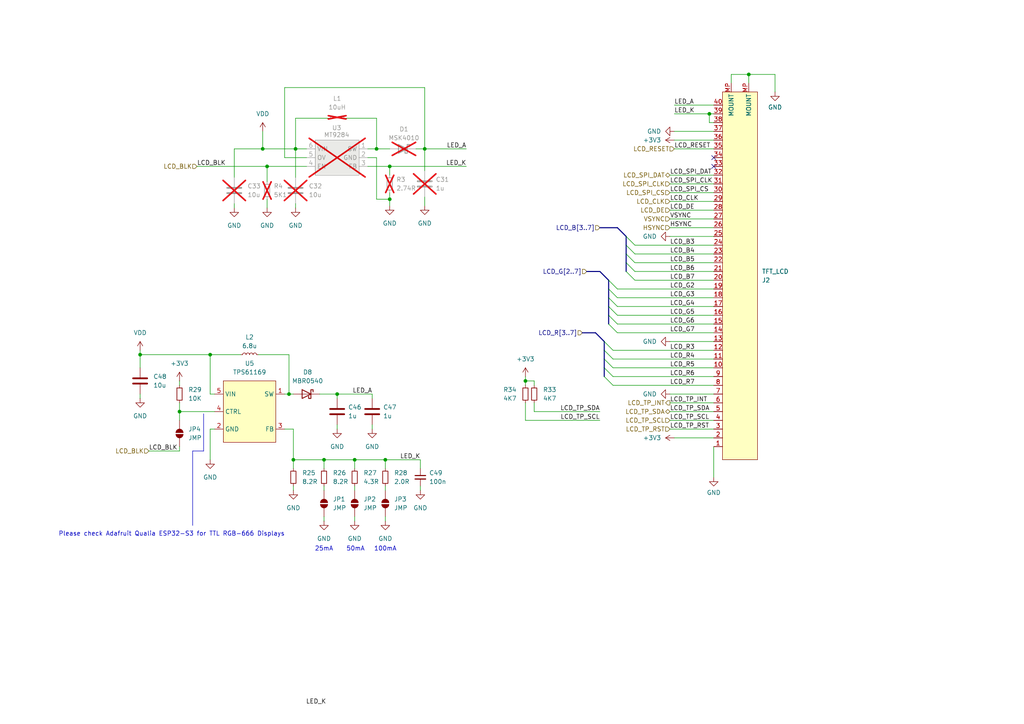
<source format=kicad_sch>
(kicad_sch (version 20231120) (generator "eeschema") (generator_version "8.0")
  (paper "A4")
  (lib_symbols
    (symbol "+3V3_1" (power) (pin_numbers hide) (pin_names (offset 0) hide)
      (property "Value" "+3V3" (at 0 3.556 0))
      (symbol "+3V3_1_0_1"
        (polyline (pts (xy -0.762 1.27) (xy 0 2.54)))
        (polyline (pts (xy 0 0) (xy 0 2.54)))
        (polyline (pts (xy 0 2.54) (xy 0.762 1.27)))
      )
      (symbol "+3V3_1_1_1"
        (pin power_in line (at 0 0 90) (length 0) (name "~") (number "1"))
      )
    )
    (symbol "Device:C" (pin_numbers hide) (pin_names (offset 0.254))
      (property "Reference" "C" (at 0.635 2.54 0))
      (property "Value" "C" (at 0.635 -2.54 0))
      (symbol "C_0_1"
        (polyline (pts (xy -2.032 -0.762) (xy 2.032 -0.762)) (stroke (width 0.508)))
        (polyline (pts (xy -2.032 0.762) (xy 2.032 0.762)) (stroke (width 0.508)))
      )
      (symbol "C_1_1"
        (pin passive line (at 0 3.81 270) (length 2.794) (name "~") (number "1"))
        (pin passive line (at 0 -3.81 90) (length 2.794) (name "~") (number "2"))
      )
    )
    (symbol "Device:C_Small" (pin_numbers hide) (pin_names (offset 0.254) hide)
      (property "Reference" "C" (at 0.254 1.778 0))
      (property "Value" "C_Small" (at 0.254 -2.032 0))
      (symbol "C_Small_0_1"
        (polyline (pts (xy -1.524 -0.508) (xy 1.524 -0.508)) (stroke (width 0.3302)))
        (polyline (pts (xy -1.524 0.508) (xy 1.524 0.508)) (stroke (width 0.3048)))
      )
      (symbol "C_Small_1_1"
        (pin passive line (at 0 2.54 270) (length 2.032) (name "~") (number "1"))
        (pin passive line (at 0 -2.54 90) (length 2.032) (name "~") (number "2"))
      )
    )
    (symbol "Device:D_Schottky" (pin_numbers hide) (pin_names (offset 1.016) hide)
      (property "Reference" "D" (at 0 2.54 0))
      (property "Value" "D_Schottky" (at 0 -2.54 0))
      (symbol "D_Schottky_0_1"
        (polyline (pts (xy 1.27 0) (xy -1.27 0)))
        (polyline (pts (xy 1.27 1.27) (xy 1.27 -1.27) (xy -1.27 0) (xy 1.27 1.27)) (stroke (width 0.254)))
        (polyline (pts (xy -1.905 0.635) (xy -1.905 1.27) (xy -1.27 1.27) (xy -1.27 -1.27) (xy -0.635 -1.27) (xy -0.635 -0.635)) (stroke (width 0.254)))
      )
      (symbol "D_Schottky_1_1"
        (pin passive line (at -3.81 0 0) (length 2.54) (name "K") (number "1"))
        (pin passive line (at 3.81 0 180) (length 2.54) (name "A") (number "2"))
      )
    )
    (symbol "Device:L_Small" (pin_numbers hide) (pin_names (offset 0.254) hide)
      (property "Reference" "L" (at 0.762 1.016 0))
      (property "Value" "L_Small" (at 0.762 -1.016 0))
      (symbol "L_Small_0_1"
        (arc (start 0 -2.032) (mid 0.5058 -1.524) (end 0 -1.016))
        (arc (start 0 -1.016) (mid 0.5058 -0.508) (end 0 0))
        (arc (start 0 0) (mid 0.5058 0.508) (end 0 1.016))
        (arc (start 0 1.016) (mid 0.5058 1.524) (end 0 2.032))
      )
      (symbol "L_Small_1_1"
        (pin passive line (at 0 2.54 270) (length 0.508) (name "~") (number "1"))
        (pin passive line (at 0 -2.54 90) (length 0.508) (name "~") (number "2"))
      )
    )
    (symbol "Device:R_Small" (pin_numbers hide) (pin_names (offset 0.254) hide)
      (property "Reference" "R" (at 0.762 0.508 0))
      (property "Value" "R_Small" (at 0.762 -1.016 0))
      (symbol "R_Small_0_1"
        (rectangle (start -0.762 1.778) (end 0.762 -1.778) (stroke (width 0.2032)))
      )
      (symbol "R_Small_1_1"
        (pin passive line (at 0 2.54 270) (length 0.762) (name "~") (number "1"))
        (pin passive line (at 0 -2.54 90) (length 0.762) (name "~") (number "2"))
      )
    )
    (symbol "Diode:MBR0540" (pin_numbers hide) (pin_names (offset 1.016) hide)
      (property "Reference" "D" (at 0 2.54 0))
      (property "Value" "MBR0540" (at 0 -2.54 0))
      (symbol "MBR0540_0_1"
        (polyline (pts (xy 1.27 0) (xy -1.27 0)))
        (polyline (pts (xy 1.27 1.27) (xy 1.27 -1.27) (xy -1.27 0) (xy 1.27 1.27)) (stroke (width 0.254)))
        (polyline (pts (xy -1.905 0.635) (xy -1.905 1.27) (xy -1.27 1.27) (xy -1.27 -1.27) (xy -0.635 -1.27) (xy -0.635 -0.635)) (stroke (width 0.254)))
      )
      (symbol "MBR0540_1_1"
        (pin passive line (at -3.81 0 0) (length 2.54) (name "K") (number "1"))
        (pin passive line (at 3.81 0 180) (length 2.54) (name "A") (number "2"))
      )
    )
    (symbol "FPC_40P_double_contact:FPC-40P"
      (property "Reference" "J" (at 5.08 1.27 0))
      (symbol "FPC-40P_1_1"
        (rectangle (start 0 0) (end 10.16 -106.68) (fill (type background)))
        (pin input line (at -2.54 -3.81 0) (length 2.54) (name "") (number "1"))
        (pin input line (at -2.54 -26.67 0) (length 2.54) (name "") (number "10"))
        (pin input line (at -2.54 -29.21 0) (length 2.54) (name "") (number "11"))
        (pin input line (at -2.54 -31.75 0) (length 2.54) (name "") (number "12"))
        (pin input line (at -2.54 -34.29 0) (length 2.54) (name "") (number "13"))
        (pin input line (at -2.54 -36.83 0) (length 2.54) (name "") (number "14"))
        (pin input line (at -2.54 -39.37 0) (length 2.54) (name "") (number "15"))
        (pin input line (at -2.54 -41.91 0) (length 2.54) (name "") (number "16"))
        (pin input line (at -2.54 -44.45 0) (length 2.54) (name "") (number "17"))
        (pin input line (at -2.54 -46.99 0) (length 2.54) (name "") (number "18"))
        (pin input line (at -2.54 -49.53 0) (length 2.54) (name "") (number "19"))
        (pin input line (at -2.54 -6.35 0) (length 2.54) (name "") (number "2"))
        (pin input line (at -2.54 -52.07 0) (length 2.54) (name "") (number "20"))
        (pin input line (at -2.54 -54.61 0) (length 2.54) (name "") (number "21"))
        (pin input line (at -2.54 -57.15 0) (length 2.54) (name "") (number "22"))
        (pin input line (at -2.54 -59.69 0) (length 2.54) (name "") (number "23"))
        (pin input line (at -2.54 -62.23 0) (length 2.54) (name "") (number "24"))
        (pin input line (at -2.54 -64.77 0) (length 2.54) (name "") (number "25"))
        (pin input line (at -2.54 -67.31 0) (length 2.54) (name "") (number "26"))
        (pin input line (at -2.54 -69.85 0) (length 2.54) (name "") (number "27"))
        (pin input line (at -2.54 -72.39 0) (length 2.54) (name "") (number "28"))
        (pin input line (at -2.54 -74.93 0) (length 2.54) (name "") (number "29"))
        (pin input line (at -2.54 -8.89 0) (length 2.54) (name "") (number "3"))
        (pin input line (at -2.54 -77.47 0) (length 2.54) (name "") (number "30"))
        (pin input line (at -2.54 -80.01 0) (length 2.54) (name "") (number "31"))
        (pin input line (at -2.54 -82.55 0) (length 2.54) (name "") (number "32"))
        (pin input line (at -2.54 -85.09 0) (length 2.54) (name "") (number "33"))
        (pin input line (at -2.54 -87.63 0) (length 2.54) (name "") (number "34"))
        (pin input line (at -2.54 -90.17 0) (length 2.54) (name "") (number "35"))
        (pin input line (at -2.54 -92.71 0) (length 2.54) (name "") (number "36"))
        (pin input line (at -2.54 -95.25 0) (length 2.54) (name "") (number "37"))
        (pin input line (at -2.54 -97.79 0) (length 2.54) (name "") (number "38"))
        (pin input line (at -2.54 -100.33 0) (length 2.54) (name "") (number "39"))
        (pin input line (at -2.54 -11.43 0) (length 2.54) (name "") (number "4"))
        (pin input line (at -2.54 -102.87 0) (length 2.54) (name "") (number "40"))
        (pin input line (at -2.54 -13.97 0) (length 2.54) (name "") (number "5"))
        (pin input line (at -2.54 -16.51 0) (length 2.54) (name "") (number "6"))
        (pin input line (at -2.54 -19.05 0) (length 2.54) (name "") (number "7"))
        (pin input line (at -2.54 -21.59 0) (length 2.54) (name "") (number "8"))
        (pin input line (at -2.54 -24.13 0) (length 2.54) (name "") (number "9"))
        (pin input line (at 2.54 -109.22 90) (length 2.54) (name "MOUNT") (number "MP"))
        (pin input line (at 7.62 -109.22 90) (length 2.54) (name "MOUNT") (number "MP"))
      )
    )
    (symbol "GND_1" (power) (pin_numbers hide) (pin_names (offset 0) hide)
      (property "Value" "GND" (at 0 -3.81 0))
      (symbol "GND_1_0_1"
        (polyline (pts (xy 0 0) (xy 0 -1.27) (xy 1.27 -1.27) (xy 0 -2.54) (xy -1.27 -1.27) (xy 0 -1.27)))
      )
      (symbol "GND_1_1_1"
        (pin power_in line (at 0 0 270) (length 0) (name "~") (number "1"))
      )
    )
    (symbol "Jumper:SolderJumper_2_Open" (pin_numbers hide) (pin_names (offset 0) hide) (exclude_from_sim yes) (in_bom no)
      (property "Reference" "JP" (at 0 2.032 0))
      (property "Value" "SolderJumper_2_Open" (at 0 -2.54 0))
      (symbol "SolderJumper_2_Open_0_1"
        (arc (start -0.254 1.016) (mid -1.2656 0) (end -0.254 -1.016))
        (arc (start -0.254 1.016) (mid -1.2656 0) (end -0.254 -1.016) (fill (type outline)))
        (polyline (pts (xy -0.254 1.016) (xy -0.254 -1.016)))
        (polyline (pts (xy 0.254 1.016) (xy 0.254 -1.016)))
        (arc (start 0.254 -1.016) (mid 1.2656 0) (end 0.254 1.016))
        (arc (start 0.254 -1.016) (mid 1.2656 0) (end 0.254 1.016) (fill (type outline)))
      )
      (symbol "SolderJumper_2_Open_1_1"
        (pin passive line (at -3.81 0 0) (length 2.54) (name "A") (number "1"))
        (pin passive line (at 3.81 0 180) (length 2.54) (name "B") (number "2"))
      )
    )
    (symbol "MT9284:MT9284"
      (property "Reference" "U" (at 6.35 2.54 0))
      (symbol "MT9284_1_1"
        (rectangle (start 0 0) (end 12.7 -10.16) (fill (type background)))
        (pin input line (at -2.54 -2.54 0) (length 2.54) (name "SW") (number "1"))
        (pin input line (at -2.54 -5.08 0) (length 2.54) (name "GND") (number "2"))
        (pin input line (at -2.54 -7.62 0) (length 2.54) (name "FB") (number "3"))
        (pin input line (at 15.24 -7.62 180) (length 2.54) (name "EN") (number "4"))
        (pin input line (at 15.24 -5.08 180) (length 2.54) (name "OV") (number "5"))
        (pin input line (at 15.24 -2.54 180) (length 2.54) (name "VIN") (number "6"))
      )
    )
    (symbol "TPS61169:TPS61169"
      (property "Reference" "U" (at 7.62 2.54 0))
      (symbol "TPS61169_1_1"
        (rectangle (start 0 0) (end 15.24 -17.78) (fill (type background)))
        (pin input line (at 17.78 -3.81 180) (length 2.54) (name "SW") (number "1"))
        (pin input line (at -2.54 -13.97 0) (length 2.54) (name "GND") (number "2"))
        (pin input line (at 17.78 -13.97 180) (length 2.54) (name "FB") (number "3"))
        (pin input line (at -2.54 -8.89 0) (length 2.54) (name "CTRL") (number "4"))
        (pin input line (at -2.54 -3.81 0) (length 2.54) (name "VIN") (number "5"))
      )
    )
    (symbol "power:+3V3" (power) (pin_names (offset 0))
      (property "Value" "+3V3" (at 0 3.556 0))
      (symbol "+3V3_0_1"
        (polyline (pts (xy -0.762 1.27) (xy 0 2.54)))
        (polyline (pts (xy 0 0) (xy 0 2.54)))
        (polyline (pts (xy 0 2.54) (xy 0.762 1.27)))
      )
      (symbol "+3V3_1_1"
        (pin power_in line (at 0 0 90) (length 0) hide (name "+3V3") (number "1"))
      )
    )
    (symbol "power:GND" (power) (pin_names (offset 0))
      (property "Value" "GND" (at 0 -3.81 0))
      (symbol "GND_0_1"
        (polyline (pts (xy 0 0) (xy 0 -1.27) (xy 1.27 -1.27) (xy 0 -2.54) (xy -1.27 -1.27) (xy 0 -1.27)))
      )
      (symbol "GND_1_1"
        (pin power_in line (at 0 0 270) (length 0) hide (name "GND") (number "1"))
      )
    )
    (symbol "power:VDD" (power) (pin_names (offset 0))
      (property "Value" "VDD" (at 0 3.81 0))
      (symbol "VDD_0_1"
        (polyline (pts (xy -0.762 1.27) (xy 0 2.54)))
        (polyline (pts (xy 0 0) (xy 0 2.54)))
        (polyline (pts (xy 0 2.54) (xy 0.762 1.27)))
      )
      (symbol "VDD_1_1"
        (pin power_in line (at 0 0 90) (length 0) hide (name "VDD") (number "1"))
      )
    )
  )
  (junction (at 52.07 119.38))
  (junction (at 217.17 21.59))
  (junction (at 85.725 43.18))
  (junction (at 109.22 43.18))
  (junction (at 113.03 57.785))
  (junction (at 83.82 114.3))
  (junction (at 152.4 110.49))
  (junction (at 76.2 43.18))
  (junction (at 111.76 133.35))
  (junction (at 113.03 48.26))
  (junction (at 77.47 48.26))
  (junction (at 205.74 33.02))
  (junction (at 85.09 133.35))
  (junction (at 40.64 102.87))
  (junction (at 123.19 43.18))
  (junction (at 93.98 133.35))
  (junction (at 102.87 133.35))
  (junction (at 60.96 102.87))
  (junction (at 97.79 114.3))
  (no_connect (at 207.01 48.26))
  (no_connect (at 207.01 45.72))
  (bus_entry (at 181.61 76.2) (size 2.54 2.54))
  (bus_entry (at 175.26 104.14) (size 2.54 2.54))
  (bus_entry (at 176.53 83.82) (size 2.54 2.54))
  (bus_entry (at 175.26 106.68) (size 2.54 2.54))
  (bus_entry (at 176.53 91.44) (size 2.54 2.54))
  (bus_entry (at 181.61 68.58) (size 2.54 2.54))
  (bus_entry (at 176.53 88.9) (size 2.54 2.54))
  (bus_entry (at 176.53 93.98) (size 2.54 2.54))
  (bus_entry (at 175.26 109.22) (size 2.54 2.54))
  (bus_entry (at 176.53 86.36) (size 2.54 2.54))
  (bus_entry (at 181.61 73.66) (size 2.54 2.54))
  (bus_entry (at 175.26 99.06) (size 2.54 2.54))
  (bus_entry (at 181.61 78.74) (size 2.54 2.54))
  (bus_entry (at 175.26 101.6) (size 2.54 2.54))
  (bus_entry (at 181.61 71.12) (size 2.54 2.54))
  (bus_entry (at 176.53 81.28) (size 2.54 2.54))
  (wire (pts (xy 207.01 53.34) (xy 194.31 53.34)))
  (bus (pts (xy 176.53 81.28) (xy 176.53 83.82)))
  (wire (pts (xy 113.03 55.88) (xy 113.03 57.785)))
  (wire (pts (xy 177.8 109.22) (xy 207.01 109.22)))
  (wire (pts (xy 123.19 25.4) (xy 123.19 43.18)))
  (wire (pts (xy 195.58 38.1) (xy 207.01 38.1)))
  (bus (pts (xy 170.18 78.74) (xy 173.99 78.74)))
  (wire (pts (xy 62.23 119.38) (xy 52.07 119.38)))
  (wire (pts (xy 85.09 124.46) (xy 82.55 124.46)))
  (wire (pts (xy 207.01 50.8) (xy 194.31 50.8)))
  (polyline (pts (xy 59.055 120.015) (xy 59.055 130.81)))
  (wire (pts (xy 77.47 48.26) (xy 77.47 52.705)))
  (wire (pts (xy 85.09 142.24) (xy 85.09 140.97)))
  (wire (pts (xy 102.87 133.35) (xy 111.76 133.35)))
  (bus (pts (xy 181.61 68.58) (xy 179.07 66.04)))
  (wire (pts (xy 205.74 35.56) (xy 205.74 33.02)))
  (wire (pts (xy 152.4 110.49) (xy 154.94 110.49)))
  (wire (pts (xy 60.96 133.35) (xy 60.96 124.46)))
  (wire (pts (xy 207.01 55.88) (xy 194.31 55.88)))
  (wire (pts (xy 184.15 71.12) (xy 207.01 71.12)))
  (wire (pts (xy 82.55 25.4) (xy 123.19 25.4)))
  (wire (pts (xy 93.98 142.24) (xy 93.98 140.97)))
  (wire (pts (xy 97.79 114.3) (xy 107.95 114.3)))
  (wire (pts (xy 195.58 33.02) (xy 205.74 33.02)))
  (wire (pts (xy 40.64 102.87) (xy 60.96 102.87)))
  (wire (pts (xy 52.07 119.38) (xy 52.07 121.92)))
  (bus (pts (xy 181.61 68.58) (xy 181.61 71.12)))
  (wire (pts (xy 194.31 60.96) (xy 207.01 60.96)))
  (wire (pts (xy 154.94 116.84) (xy 154.94 119.38)))
  (wire (pts (xy 102.87 142.24) (xy 102.87 140.97)))
  (wire (pts (xy 57.15 48.26) (xy 77.47 48.26)))
  (bus (pts (xy 175.26 106.68) (xy 175.26 109.22)))
  (wire (pts (xy 109.22 43.18) (xy 106.68 43.18)))
  (wire (pts (xy 74.93 102.87) (xy 83.82 102.87)))
  (wire (pts (xy 184.15 73.66) (xy 207.01 73.66)))
  (bus (pts (xy 176.53 91.44) (xy 176.53 93.98)))
  (bus (pts (xy 176.53 83.82) (xy 176.53 86.36)))
  (wire (pts (xy 52.07 129.54) (xy 52.07 130.81)))
  (wire (pts (xy 76.2 43.18) (xy 85.725 43.18)))
  (wire (pts (xy 173.99 121.92) (xy 152.4 121.92)))
  (wire (pts (xy 88.9 45.72) (xy 82.55 45.72)))
  (wire (pts (xy 207.01 129.54) (xy 207.01 138.43)))
  (wire (pts (xy 85.725 43.18) (xy 88.9 43.18)))
  (bus (pts (xy 175.26 101.6) (xy 175.26 104.14)))
  (wire (pts (xy 113.03 48.26) (xy 135.255 48.26)))
  (wire (pts (xy 111.76 142.24) (xy 111.76 140.97)))
  (wire (pts (xy 40.64 115.57) (xy 40.64 114.3)))
  (wire (pts (xy 85.09 135.89) (xy 85.09 133.35)))
  (wire (pts (xy 154.94 119.38) (xy 173.99 119.38)))
  (wire (pts (xy 179.07 93.98) (xy 207.01 93.98)))
  (bus (pts (xy 168.91 96.52) (xy 172.72 96.52)))
  (wire (pts (xy 207.01 35.56) (xy 205.74 35.56)))
  (wire (pts (xy 60.96 114.3) (xy 60.96 102.87)))
  (wire (pts (xy 85.09 133.35) (xy 93.98 133.35)))
  (wire (pts (xy 194.31 116.84) (xy 207.01 116.84)))
  (wire (pts (xy 88.9 48.26) (xy 77.47 48.26)))
  (wire (pts (xy 184.15 76.2) (xy 207.01 76.2)))
  (wire (pts (xy 135.255 43.18) (xy 123.19 43.18)))
  (wire (pts (xy 217.17 21.59) (xy 217.17 24.13)))
  (wire (pts (xy 123.19 43.18) (xy 120.65 43.18)))
  (wire (pts (xy 224.79 26.67) (xy 224.79 21.59)))
  (wire (pts (xy 43.18 130.81) (xy 52.07 130.81)))
  (wire (pts (xy 106.68 45.72) (xy 109.22 45.72)))
  (wire (pts (xy 212.09 21.59) (xy 212.09 24.13)))
  (wire (pts (xy 52.07 119.38) (xy 52.07 116.84)))
  (wire (pts (xy 184.15 81.28) (xy 207.01 81.28)))
  (wire (pts (xy 85.725 43.18) (xy 85.725 34.29)))
  (wire (pts (xy 102.87 151.13) (xy 102.87 149.86)))
  (wire (pts (xy 194.31 66.04) (xy 207.01 66.04)))
  (wire (pts (xy 85.725 34.29) (xy 95.25 34.29)))
  (wire (pts (xy 77.47 60.325) (xy 77.47 57.785)))
  (wire (pts (xy 83.82 114.3) (xy 85.09 114.3)))
  (wire (pts (xy 179.07 96.52) (xy 207.01 96.52)))
  (wire (pts (xy 97.79 124.46) (xy 97.79 123.19)))
  (wire (pts (xy 121.92 133.35) (xy 111.76 133.35)))
  (bus (pts (xy 181.61 71.12) (xy 181.61 73.66)))
  (wire (pts (xy 121.92 142.24) (xy 121.92 140.97)))
  (wire (pts (xy 109.22 57.785) (xy 113.03 57.785)))
  (wire (pts (xy 109.22 45.72) (xy 109.22 57.785)))
  (wire (pts (xy 217.17 21.59) (xy 212.09 21.59)))
  (wire (pts (xy 179.07 88.9) (xy 207.01 88.9)))
  (wire (pts (xy 67.945 60.325) (xy 67.945 59.055)))
  (wire (pts (xy 194.31 68.58) (xy 207.01 68.58)))
  (wire (pts (xy 62.23 114.3) (xy 60.96 114.3)))
  (wire (pts (xy 194.31 114.3) (xy 207.01 114.3)))
  (wire (pts (xy 154.94 111.76) (xy 154.94 110.49)))
  (bus (pts (xy 175.26 104.14) (xy 175.26 106.68)))
  (polyline (pts (xy 55.88 130.81) (xy 59.055 130.81)))
  (wire (pts (xy 92.71 114.3) (xy 97.79 114.3)))
  (wire (pts (xy 67.945 51.435) (xy 67.945 43.18)))
  (wire (pts (xy 83.82 114.3) (xy 82.55 114.3)))
  (bus (pts (xy 176.53 88.9) (xy 176.53 91.44)))
  (bus (pts (xy 175.26 99.06) (xy 172.72 96.52)))
  (wire (pts (xy 60.96 124.46) (xy 62.23 124.46)))
  (wire (pts (xy 177.8 106.68) (xy 207.01 106.68)))
  (wire (pts (xy 179.07 91.44) (xy 207.01 91.44)))
  (wire (pts (xy 107.95 124.46) (xy 107.95 123.19)))
  (wire (pts (xy 123.19 43.18) (xy 123.19 49.53)))
  (wire (pts (xy 177.8 101.6) (xy 207.01 101.6)))
  (wire (pts (xy 194.31 121.92) (xy 207.01 121.92)))
  (wire (pts (xy 207.01 124.46) (xy 194.31 124.46)))
  (wire (pts (xy 111.76 133.35) (xy 111.76 135.89)))
  (wire (pts (xy 52.07 110.49) (xy 52.07 111.76)))
  (wire (pts (xy 109.22 43.18) (xy 113.03 43.18)))
  (wire (pts (xy 224.79 21.59) (xy 217.17 21.59)))
  (wire (pts (xy 100.33 34.29) (xy 109.22 34.29)))
  (wire (pts (xy 113.03 57.785) (xy 113.03 59.69)))
  (wire (pts (xy 194.31 63.5) (xy 207.01 63.5)))
  (wire (pts (xy 82.55 45.72) (xy 82.55 25.4)))
  (wire (pts (xy 102.87 133.35) (xy 102.87 135.89)))
  (wire (pts (xy 152.4 121.92) (xy 152.4 116.84)))
  (wire (pts (xy 195.58 30.48) (xy 207.01 30.48)))
  (wire (pts (xy 97.79 114.3) (xy 97.79 115.57)))
  (bus (pts (xy 181.61 73.66) (xy 181.61 76.2)))
  (wire (pts (xy 194.31 119.38) (xy 207.01 119.38)))
  (wire (pts (xy 93.98 133.35) (xy 93.98 135.89)))
  (wire (pts (xy 60.96 102.87) (xy 69.85 102.87)))
  (wire (pts (xy 205.74 33.02) (xy 207.01 33.02)))
  (bus (pts (xy 176.53 81.28) (xy 173.99 78.74)))
  (wire (pts (xy 152.4 109.22) (xy 152.4 110.49)))
  (wire (pts (xy 111.76 151.13) (xy 111.76 149.86)))
  (bus (pts (xy 181.61 76.2) (xy 181.61 78.74)))
  (wire (pts (xy 207.01 43.18) (xy 195.58 43.18)))
  (wire (pts (xy 93.98 133.35) (xy 102.87 133.35)))
  (wire (pts (xy 194.31 58.42) (xy 207.01 58.42)))
  (bus (pts (xy 175.26 99.06) (xy 175.26 101.6)))
  (wire (pts (xy 179.07 83.82) (xy 207.01 83.82)))
  (wire (pts (xy 195.58 127) (xy 207.01 127)))
  (wire (pts (xy 107.95 114.3) (xy 107.95 115.57)))
  (wire (pts (xy 85.09 133.35) (xy 85.09 124.46)))
  (wire (pts (xy 177.8 111.76) (xy 207.01 111.76)))
  (wire (pts (xy 123.19 59.69) (xy 123.19 57.15)))
  (wire (pts (xy 106.68 48.26) (xy 113.03 48.26)))
  (wire (pts (xy 179.07 86.36) (xy 207.01 86.36)))
  (wire (pts (xy 67.945 43.18) (xy 76.2 43.18)))
  (wire (pts (xy 93.98 151.13) (xy 93.98 149.86)))
  (bus (pts (xy 176.53 86.36) (xy 176.53 88.9)))
  (wire (pts (xy 113.03 48.26) (xy 113.03 50.8)))
  (wire (pts (xy 85.725 60.325) (xy 85.725 59.055)))
  (wire (pts (xy 177.8 104.14) (xy 207.01 104.14)))
  (wire (pts (xy 121.92 135.89) (xy 121.92 133.35)))
  (wire (pts (xy 184.15 78.74) (xy 207.01 78.74)))
  (bus (pts (xy 173.99 66.04) (xy 179.07 66.04)))
  (wire (pts (xy 195.58 40.64) (xy 207.01 40.64)))
  (wire (pts (xy 83.82 102.87) (xy 83.82 114.3)))
  (wire (pts (xy 85.725 43.18) (xy 85.725 51.435)))
  (polyline (pts (xy 55.88 152.4) (xy 55.88 130.81)))
  (wire (pts (xy 40.64 101.6) (xy 40.64 102.87)))
  (wire (pts (xy 109.22 34.29) (xy 109.22 43.18)))
  (wire (pts (xy 152.4 110.49) (xy 152.4 111.76)))
  (wire (pts (xy 76.2 38.1) (xy 76.2 43.18)))
  (wire (pts (xy 40.64 106.68) (xy 40.64 102.87)))
  (wire (pts (xy 194.31 99.06) (xy 207.01 99.06)))
  (text "100mA" (at 111.76 159.258 0) (effects (font (size 1.27 1.27))))
  (text "50mA" (at 103.124 159.258 0) (effects (font (size 1.27 1.27))))
  (text "25mA" (at 93.98 159.258 0) (effects (font (size 1.27 1.27))))
  (text "Please check Adafruit Qualia ESP32-S3 for TTL RGB-666 Displays" (at 49.784 154.94 0) (effects (font (size 1.27 1.27))))
  (label "LED_K" (at 94.615 204.47 180))
  (label "LCD_B5" (at 194.31 76.2 0))
  (label "LCD_TP_INT" (at 194.31 116.84 0))
  (label "LCD_SPI_CS" (at 194.31 55.88 0))
  (label "LCD_G7" (at 194.31 96.52 0))
  (label "LCD_BLK" (at 57.15 48.26 0))
  (label "LCD_G5" (at 194.31 91.44 0))
  (label "LCD_B3" (at 194.31 71.12 0))
  (label "LED_A" (at 195.58 30.48 0))
  (label "LCD_B6" (at 194.31 78.74 0))
  (label "LED_K" (at 121.92 133.35 180))
  (label "LED_K" (at 195.58 33.02 0))
  (label "VSYNC" (at 194.31 63.5 0))
  (label "LCD_TP_SCL" (at 173.99 121.92 180))
  (label "HSYNC" (at 194.31 66.04 0))
  (label "LCD_DE" (at 194.31 60.96 0))
  (label "LCD_G6" (at 194.31 93.98 0))
  (label "LCD_TP_SDA" (at 194.31 119.38 0))
  (label "LCD_TP_SDA" (at 173.99 119.38 180))
  (label "LCD_G4" (at 194.31 88.9 0))
  (label "LCD_G3" (at 194.31 86.36 0))
  (label "LCD_G2" (at 194.31 83.82 0))
  (label "LCD_CLK" (at 194.31 58.42 0))
  (label "LCD_TP_SCL" (at 194.31 121.92 0))
  (label "LED_A" (at 107.95 114.3 180))
  (label "LCD_BLK" (at 43.18 130.81 0))
  (label "LCD_SPI_DAT" (at 194.31 50.8 0))
  (label "LCD_RESET" (at 195.58 43.18 0))
  (label "LCD_TP_RST" (at 194.31 124.46 0))
  (label "LCD_B7" (at 194.31 81.28 0))
  (label "LCD_R3" (at 194.31 101.6 0))
  (label "LED_K" (at 135.255 48.26 180))
  (label "LCD_R7" (at 194.31 111.76 0))
  (label "LED_A" (at 135.255 43.18 180))
  (label "LCD_B4" (at 194.31 73.66 0))
  (label "LCD_R5" (at 194.31 106.68 0))
  (label "LCD_SPI_CLK" (at 194.31 53.34 0))
  (label "LCD_R6" (at 194.31 109.22 0))
  (label "LCD_R4" (at 194.31 104.14 0))
  (hierarchical_label "LCD_CLK" (shape input) (at 194.31 58.42 180))
  (hierarchical_label "LCD_BLK" (shape input) (at 43.18 130.81 180))
  (hierarchical_label "LCD_TP_SDA" (shape bidirectional) (at 194.31 119.38 180))
  (hierarchical_label "LCD_TP_INT" (shape output) (at 194.31 116.84 180))
  (hierarchical_label "LCD_DE" (shape input) (at 194.31 60.96 180))
  (hierarchical_label "LCD_SPI_CS" (shape input) (at 194.31 55.88 180))
  (hierarchical_label "LCD_TP_RST" (shape input) (at 194.31 124.46 180))
  (hierarchical_label "LCD_R[3..7]" (shape input) (at 168.91 96.52 180))
  (hierarchical_label "LCD_SPI_CLK" (shape input) (at 194.31 53.34 180))
  (hierarchical_label "LCD_G[2..7]" (shape input) (at 170.18 78.74 180))
  (hierarchical_label "LCD_TP_SCL" (shape input) (at 194.31 121.92 180))
  (hierarchical_label "LCD_SPI_DAT" (shape bidirectional) (at 194.31 50.8 180))
  (hierarchical_label "LCD_RESET" (shape input) (at 195.58 43.18 180))
  (hierarchical_label "HSYNC" (shape input) (at 194.31 66.04 180))
  (hierarchical_label "LCD_B[3..7]" (shape input) (at 173.99 66.04 180))
  (hierarchical_label "LCD_BLK" (shape input) (at 57.15 48.26 180))
  (hierarchical_label "VSYNC" (shape input) (at 194.31 63.5 180))
  (symbol (lib_id "Jumper:SolderJumper_2_Open") (at 93.98 146.05 90) (unit 1) (exclude_from_sim yes) (in_bom no)
    (property "Reference" "JP1" (at 96.52 144.7799 90) (effects (justify right)))
    (property "Value" "JMP" (at 96.52 147.3199 90) (effects (justify right)))
    (property "Footprint" "Jumper:SolderJumper-2_P1.3mm_Open_RoundedPad1.0x1.5mm" (effects (hide yes)))
    (property "Description" "Solder Jumper, 2-pole, open" (effects (hide yes)))
  )
  (symbol (lib_name "GND_1") (lib_id "power:GND") (at 85.09 142.24 0) (unit 1)
    (property "Reference" "#PWR093" (effects (hide yes)))
    (property "Value" "GND" (at 85.09 147.32 0))
    (property "Description" "Power symbol creates a global label with name \"GND\" , ground" (effects (hide yes)))
  )
  (symbol (lib_id "power:VDD") (at 76.2 38.1 0) (unit 1)
    (property "Reference" "#PWR020" (effects (hide yes)))
    (property "Value" "VDD" (at 76.2 33.02 0))
    (property "Description" "Power symbol creates a global label with name \"VDD\"" (effects (hide yes)))
  )
  (symbol (lib_id "Device:R_Small") (at 102.87 138.43 0) (unit 1)
    (property "Reference" "R27" (at 105.41 137.1599 0) (effects (justify left)))
    (property "Value" "4.3R" (at 105.41 139.6999 0) (effects (justify left)))
    (property "Footprint" "Resistor_SMD:R_0402_1005Metric" (effects (hide yes)))
    (property "JLCPCB Part #" "C166641" (effects (hide yes)))
  )
  (symbol (lib_name "+3V3_1") (lib_id "power:+3V3") (at 52.07 110.49 0) (unit 1)
    (property "Reference" "#PWR097" (effects (hide yes)))
    (property "Value" "+3V3" (at 52.07 105.41 0))
    (property "Description" "Power symbol creates a global label with name \"+3V3\"" (effects (hide yes)))
  )
  (symbol (lib_id "Jumper:SolderJumper_2_Open") (at 111.76 146.05 90) (unit 1) (exclude_from_sim yes) (in_bom no)
    (property "Reference" "JP3" (at 114.3 144.7799 90) (effects (justify right)))
    (property "Value" "JMP" (at 114.3 147.3199 90) (effects (justify right)))
    (property "Footprint" "Jumper:SolderJumper-2_P1.3mm_Open_RoundedPad1.0x1.5mm" (effects (hide yes)))
    (property "Description" "Solder Jumper, 2-pole, open" (effects (hide yes)))
  )
  (symbol (lib_id "power:GND") (at 224.79 26.67 0) (unit 1)
    (property "Reference" "#PWR019" (effects (hide yes)))
    (property "Value" "GND" (at 224.79 31.115 0))
  )
  (symbol (lib_id "power:GND") (at 85.725 60.325 0) (unit 1)
    (property "Reference" "#PWR029" (effects (hide yes)))
    (property "Value" "GND" (at 85.725 65.405 0))
  )
  (symbol (lib_id "Device:R_Small") (at 154.94 114.3 0) (unit 1)
    (property "Reference" "R33" (at 157.48 113.0299 0) (effects (justify left)))
    (property "Value" "4K7" (at 157.48 115.5699 0) (effects (justify left)))
    (property "Footprint" "Resistor_SMD:R_0402_1005Metric" (effects (hide yes)))
    (property "JLCPCB Part #" "C203084" (effects (hide yes)))
  )
  (symbol (lib_id "power:GND") (at 113.03 59.69 0) (unit 1)
    (property "Reference" "#PWR030" (effects (hide yes)))
    (property "Value" "GND" (at 113.03 64.77 0))
  )
  (symbol (lib_id "Device:R_Small") (at 77.47 55.245 0) (unit 1) (in_bom no) (on_board no) (dnp yes)
    (property "Reference" "R4" (at 79.375 53.975 0) (effects (justify left)))
    (property "Value" "5K1" (at 79.375 56.515 0) (effects (justify left)))
    (property "Footprint" "Resistor_SMD:R_0402_1005Metric" (effects (hide yes)))
    (property "JLCPCB Part #" "C25905" (effects (hide yes)))
  )
  (symbol (lib_id "power:GND") (at 207.01 138.43 0) (unit 1)
    (property "Reference" "#PWR021" (effects (hide yes)))
    (property "Value" "GND" (at 207.01 142.875 0))
  )
  (symbol (lib_id "power:+3V3") (at 195.58 127 90) (unit 1)
    (property "Reference" "#PWR073" (effects (hide yes)))
    (property "Value" "+3V3" (at 191.77 126.9999 90) (effects (justify left)))
    (property "Description" "Power symbol creates a global label with name \"+3V3\"" (effects (hide yes)))
  )
  (symbol (lib_id "power:GND") (at 194.31 68.58 270) (unit 1)
    (property "Reference" "#PWR071" (effects (hide yes)))
    (property "Value" "GND" (at 190.5 68.5799 90) (effects (justify right)))
    (property "Description" "Power symbol creates a global label with name \"GND\" , ground" (effects (hide yes)))
  )
  (symbol (lib_name "GND_1") (lib_id "power:GND") (at 107.95 124.46 0) (unit 1)
    (property "Reference" "#PWR096" (effects (hide yes)))
    (property "Value" "GND" (at 107.95 129.54 0))
    (property "Description" "Power symbol creates a global label with name \"GND\" , ground" (effects (hide yes)))
  )
  (symbol (lib_name "GND_1") (lib_id "power:GND") (at 121.92 142.24 0) (unit 1)
    (property "Reference" "#PWR0100" (effects (hide yes)))
    (property "Value" "GND" (at 121.92 147.32 0))
    (property "Description" "Power symbol creates a global label with name \"GND\" , ground" (effects (hide yes)))
  )
  (symbol (lib_id "power:GND") (at 194.31 114.3 270) (unit 1)
    (property "Reference" "#PWR072" (effects (hide yes)))
    (property "Value" "GND" (at 190.5 114.2999 90) (effects (justify right)))
    (property "Description" "Power symbol creates a global label with name \"GND\" , ground" (effects (hide yes)))
  )
  (symbol (lib_id "Device:L_Small") (at 97.79 34.29 90) (unit 1) (in_bom no) (on_board no) (dnp yes)
    (property "Reference" "L1" (at 97.79 28.575 90))
    (property "Value" "10uH" (at 97.79 31.115 90))
    (property "Footprint" "Inductor_SMD:L_1210_3225Metric" (effects (hide yes)))
    (property "JLCPCB Part #" "C189932" (effects (hide yes)))
  )
  (symbol (lib_id "Device:C") (at 67.945 55.245 0) (unit 1) (in_bom no) (on_board no) (dnp yes)
    (property "Reference" "C33" (at 71.755 53.975 0) (effects (justify left)))
    (property "Value" "10u" (at 71.755 56.515 0) (effects (justify left)))
    (property "Footprint" "Capacitor_SMD:C_0603_1608Metric" (effects (hide yes)))
    (property "JLCPCB Part #" "C96446" (effects (hide yes)))
  )
  (symbol (lib_name "GND_1") (lib_id "power:GND") (at 111.76 151.13 0) (unit 1)
    (property "Reference" "#PWR092" (effects (hide yes)))
    (property "Value" "GND" (at 111.76 156.21 0))
    (property "Description" "Power symbol creates a global label with name \"GND\" , ground" (effects (hide yes)))
  )
  (symbol (lib_id "Device:C_Small") (at 121.92 138.43 0) (unit 1)
    (property "Reference" "C49" (at 124.46 137.1663 0) (effects (justify left)))
    (property "Value" "100n" (at 124.46 139.7063 0) (effects (justify left)))
    (property "Footprint" "Capacitor_SMD:C_0402_1005Metric" (effects (hide yes)))
    (property "JLCPCB Part #" "C307331" (effects (hide yes)))
  )
  (symbol (lib_id "Device:R_Small") (at 52.07 114.3 0) (unit 1)
    (property "Reference" "R29" (at 54.61 113.0299 0) (effects (justify left)))
    (property "Value" "10K" (at 54.61 115.5699 0) (effects (justify left)))
    (property "Footprint" "Resistor_SMD:R_0402_1005Metric" (effects (hide yes)))
    (property "JLCPCB Part #" "C25744" (effects (hide yes)))
  )
  (symbol (lib_id "Device:C") (at 107.95 119.38 0) (unit 1)
    (property "Reference" "C47" (at 111.125 118.11 0) (effects (justify left)))
    (property "Value" "1u" (at 111.125 120.65 0) (effects (justify left)))
    (property "Footprint" "Capacitor_SMD:C_0603_1608Metric" (effects (hide yes)))
    (property "JLCPCB Part #" "C15849" (effects (hide yes)))
  )
  (symbol (lib_id "Jumper:SolderJumper_2_Open") (at 52.07 125.73 90) (unit 1) (exclude_from_sim yes) (in_bom no)
    (property "Reference" "JP4" (at 54.61 124.4599 90) (effects (justify right)))
    (property "Value" "JMP" (at 54.61 126.9999 90) (effects (justify right)))
    (property "Footprint" "Jumper:SolderJumper-2_P1.3mm_Open_RoundedPad1.0x1.5mm" (effects (hide yes)))
    (property "Description" "Solder Jumper, 2-pole, open" (effects (hide yes)))
  )
  (symbol (lib_id "Device:C") (at 97.79 119.38 0) (unit 1)
    (property "Reference" "C46" (at 100.965 118.11 0) (effects (justify left)))
    (property "Value" "1u" (at 100.965 120.65 0) (effects (justify left)))
    (property "Footprint" "Capacitor_SMD:C_0603_1608Metric" (effects (hide yes)))
    (property "JLCPCB Part #" "C15849" (effects (hide yes)))
  )
  (symbol (lib_id "Device:R_Small") (at 113.03 53.34 0) (unit 1) (in_bom no) (on_board no) (dnp yes)
    (property "Reference" "R3" (at 114.935 52.07 0) (effects (justify left)))
    (property "Value" "2.74R" (at 114.935 54.61 0) (effects (justify left)))
    (property "Footprint" "Resistor_SMD:R_0402_1005Metric" (effects (hide yes)))
    (property "JLCPCB Part #" "C166483" (effects (hide yes)))
  )
  (symbol (lib_name "GND_1") (lib_id "power:GND") (at 60.96 133.35 0) (unit 1)
    (property "Reference" "#PWR094" (effects (hide yes)))
    (property "Value" "GND" (at 60.96 138.43 0))
    (property "Description" "Power symbol creates a global label with name \"GND\" , ground" (effects (hide yes)))
  )
  (symbol (lib_id "TPS61169:TPS61169") (at 64.77 110.49 0) (unit 1)
    (property "Reference" "U5" (at 72.39 105.41 0))
    (property "Value" "TPS61169" (at 72.39 107.95 0))
    (property "Footprint" "Package_TO_SOT_SMD:SOT-353_SC-70-5" (effects (hide yes)))
    (property "JLCPCB Part #" "C71045" (effects (hide yes)))
  )
  (symbol (lib_id "power:GND") (at 194.31 99.06 270) (unit 1)
    (property "Reference" "#PWR018" (effects (hide yes)))
    (property "Value" "GND" (at 190.5 99.0599 90) (effects (justify right)))
    (property "Description" "Power symbol creates a global label with name \"GND\" , ground" (effects (hide yes)))
  )
  (symbol (lib_id "Device:R_Small") (at 152.4 114.3 0) (mirror y) (unit 1)
    (property "Reference" "R34" (at 149.86 113.0299 0) (effects (justify left)))
    (property "Value" "4K7" (at 149.86 115.5699 0) (effects (justify left)))
    (property "Footprint" "Resistor_SMD:R_0402_1005Metric" (effects (hide yes)))
    (property "JLCPCB Part #" "C203084" (effects (hide yes)))
  )
  (symbol (lib_id "Device:C") (at 85.725 55.245 0) (unit 1) (in_bom no) (on_board no) (dnp yes)
    (property "Reference" "C32" (at 89.535 53.975 0) (effects (justify left)))
    (property "Value" "10u" (at 89.535 56.515 0) (effects (justify left)))
    (property "Footprint" "Capacitor_SMD:C_0603_1608Metric" (effects (hide yes)))
    (property "JLCPCB Part #" "C96446" (effects (hide yes)))
  )
  (symbol (lib_id "power:+3V3") (at 152.4 109.22 0) (unit 1)
    (property "Reference" "#PWR027" (effects (hide yes)))
    (property "Value" "+3V3" (at 152.4 104.14 0))
    (property "Description" "Power symbol creates a global label with name \"+3V3\"" (effects (hide yes)))
  )
  (symbol (lib_id "Device:R_Small") (at 93.98 138.43 0) (unit 1)
    (property "Reference" "R26" (at 96.52 137.1599 0) (effects (justify left)))
    (property "Value" "8.2R" (at 96.52 139.6999 0) (effects (justify left)))
    (property "Footprint" "Resistor_SMD:R_0402_1005Metric" (effects (hide yes)))
    (property "JLCPCB Part #" "C514788" (effects (hide yes)))
  )
  (symbol (lib_id "Device:C") (at 123.19 53.34 0) (unit 1) (in_bom no) (on_board no) (dnp yes)
    (property "Reference" "C31" (at 126.365 52.07 0) (effects (justify left)))
    (property "Value" "1u" (at 126.365 54.61 0) (effects (justify left)))
    (property "Footprint" "Capacitor_SMD:C_0603_1608Metric" (effects (hide yes)))
    (property "JLCPCB Part #" "C15849" (effects (hide yes)))
  )
  (symbol (lib_name "GND_1") (lib_id "power:GND") (at 102.87 151.13 0) (unit 1)
    (property "Reference" "#PWR091" (effects (hide yes)))
    (property "Value" "GND" (at 102.87 156.21 0))
    (property "Description" "Power symbol creates a global label with name \"GND\" , ground" (effects (hide yes)))
  )
  (symbol (lib_name "GND_1") (lib_id "power:GND") (at 40.64 115.57 0) (unit 1)
    (property "Reference" "#PWR098" (effects (hide yes)))
    (property "Value" "GND" (at 40.64 120.65 0))
    (property "Description" "Power symbol creates a global label with name \"GND\" , ground" (effects (hide yes)))
  )
  (symbol (lib_id "power:GND") (at 123.19 59.69 0) (unit 1)
    (property "Reference" "#PWR028" (effects (hide yes)))
    (property "Value" "GND" (at 123.19 64.77 0))
  )
  (symbol (lib_id "power:GND") (at 77.47 60.325 0) (unit 1)
    (property "Reference" "#PWR031" (effects (hide yes)))
    (property "Value" "GND" (at 77.47 65.405 0))
  )
  (symbol (lib_id "Device:D_Schottky") (at 116.84 43.18 0) (mirror y) (unit 1) (in_bom no) (on_board no) (dnp yes)
    (property "Reference" "D1" (at 117.1575 37.465 0))
    (property "Value" "MSK4010" (at 117.1575 40.005 0))
    (property "Footprint" "Diode_SMD:D_SOD-523" (effects (hide yes)))
    (property "JLCPCB Part #" "C345958" (effects (hide yes)))
  )
  (symbol (lib_id "Device:L_Small") (at 72.39 102.87 90) (unit 1)
    (property "Reference" "L2" (at 72.39 97.79 90))
    (property "Value" "6.8u" (at 72.39 100.33 90))
    (property "Footprint" "Inductor_SMD:L_1210_3225Metric" (effects (hide yes)))
    (property "JLCPCB Part #" "C844992" (effects (hide yes)))
  )
  (symbol (lib_id "Jumper:SolderJumper_2_Open") (at 102.87 146.05 90) (unit 1) (exclude_from_sim yes) (in_bom no)
    (property "Reference" "JP2" (at 105.41 144.7799 90) (effects (justify right)))
    (property "Value" "JMP" (at 105.41 147.3199 90) (effects (justify right)))
    (property "Footprint" "Jumper:SolderJumper-2_P1.3mm_Open_RoundedPad1.0x1.5mm" (effects (hide yes)))
    (property "Description" "Solder Jumper, 2-pole, open" (effects (hide yes)))
  )
  (symbol (lib_id "FPC_40P_double_contact:FPC-40P") (at 209.55 133.35 0) (mirror x) (unit 1)
    (property "Reference" "J2" (at 220.98 81.28 0) (effects (justify left)))
    (property "Value" "TFT_LCD" (at 220.98 78.74 0) (effects (justify left)))
    (property "Footprint" "FPC-40P-Omron-XF2M-4015-1Apretty:Omron-XF2M-4015-1A-R100-0-0-0" (effects (hide yes)))
    (property "JLCPCB Part #" "C225713" (effects (hide yes)))
  )
  (symbol (lib_id "Device:R_Small") (at 111.76 138.43 0) (unit 1)
    (property "Reference" "R28" (at 114.3 137.1599 0) (effects (justify left)))
    (property "Value" "2.0R" (at 114.3 139.6999 0) (effects (justify left)))
    (property "Footprint" "Resistor_SMD:R_0402_1005Metric" (effects (hide yes)))
    (property "JLCPCB Part #" "C203084" (effects (hide yes)))
  )
  (symbol (lib_id "Device:R_Small") (at 85.09 138.43 0) (unit 1)
    (property "Reference" "R25" (at 87.63 137.1599 0) (effects (justify left)))
    (property "Value" "8.2R" (at 87.63 139.6999 0) (effects (justify left)))
    (property "Footprint" "Resistor_SMD:R_0402_1005Metric" (effects (hide yes)))
    (property "JLCPCB Part #" "C514788" (effects (hide yes)))
  )
  (symbol (lib_id "MT9284:MT9284") (at 104.14 40.64 0) (mirror y) (unit 1) (in_bom no) (on_board no) (dnp yes)
    (property "Reference" "U3" (at 97.663 37.084 0))
    (property "Value" "MT9284" (at 97.663 39.116 0))
    (property "Footprint" "Package_TO_SOT_SMD:SOT-23-6" (effects (hide yes)))
    (property "JLCPCB Part #" "C181780" (effects (hide yes)))
  )
  (symbol (lib_id "power:GND") (at 195.58 38.1 270) (unit 1)
    (property "Reference" "#PWR069" (effects (hide yes)))
    (property "Value" "GND" (at 191.77 38.0999 90) (effects (justify right)))
    (property "Description" "Power symbol creates a global label with name \"GND\" , ground" (effects (hide yes)))
  )
  (symbol (lib_id "power:GND") (at 67.945 60.325 0) (unit 1)
    (property "Reference" "#PWR032" (effects (hide yes)))
    (property "Value" "GND" (at 67.945 65.405 0))
  )
  (symbol (lib_name "GND_1") (lib_id "power:GND") (at 93.98 151.13 0) (unit 1)
    (property "Reference" "#PWR090" (effects (hide yes)))
    (property "Value" "GND" (at 93.98 156.21 0))
    (property "Description" "Power symbol creates a global label with name \"GND\" , ground" (effects (hide yes)))
  )
  (symbol (lib_id "Diode:MBR0540") (at 88.9 114.3 0) (mirror y) (unit 1)
    (property "Reference" "D8" (at 89.2175 107.95 0))
    (property "Value" "MBR0540" (at 89.2175 110.49 0))
    (property "Footprint" "Diode_SMD:D_SOD-123" (effects (hide yes)))
    (property "Datasheet" "http://www.mccsemi.com/up_pdf/MBR0520~MBR0580(SOD123).pdf" (effects (hide yes)))
    (property "Description" "40V 0.5A Schottky Power Rectifier Diode, SOD-123" (effects (hide yes)))
    (property "JLCPCB Part #" "C21353" (effects (hide yes)))
  )
  (symbol (lib_id "power:VDD") (at 40.64 101.6 0) (unit 1)
    (property "Reference" "#PWR099" (effects (hide yes)))
    (property "Value" "VDD" (at 40.64 96.52 0))
    (property "Description" "Power symbol creates a global label with name \"VDD\"" (effects (hide yes)))
  )
  (symbol (lib_id "power:+3V3") (at 195.58 40.64 90) (unit 1)
    (property "Reference" "#PWR070" (effects (hide yes)))
    (property "Value" "+3V3" (at 191.77 40.6399 90) (effects (justify left)))
    (property "Description" "Power symbol creates a global label with name \"+3V3\"" (effects (hide yes)))
  )
  (symbol (lib_name "GND_1") (lib_id "power:GND") (at 97.79 124.46 0) (unit 1)
    (property "Reference" "#PWR095" (effects (hide yes)))
    (property "Value" "GND" (at 97.79 129.54 0))
    (property "Description" "Power symbol creates a global label with name \"GND\" , ground" (effects (hide yes)))
  )
  (symbol (lib_id "Device:C") (at 40.64 110.49 0) (unit 1)
    (property "Reference" "C48" (at 44.45 109.2199 0) (effects (justify left)))
    (property "Value" "10u" (at 44.45 111.7599 0) (effects (justify left)))
    (property "Footprint" "Capacitor_SMD:C_0603_1608Metric" (effects (hide yes)))
    (property "JLCPCB Part #" "C96446" (effects (hide yes)))
  )
)
</source>
